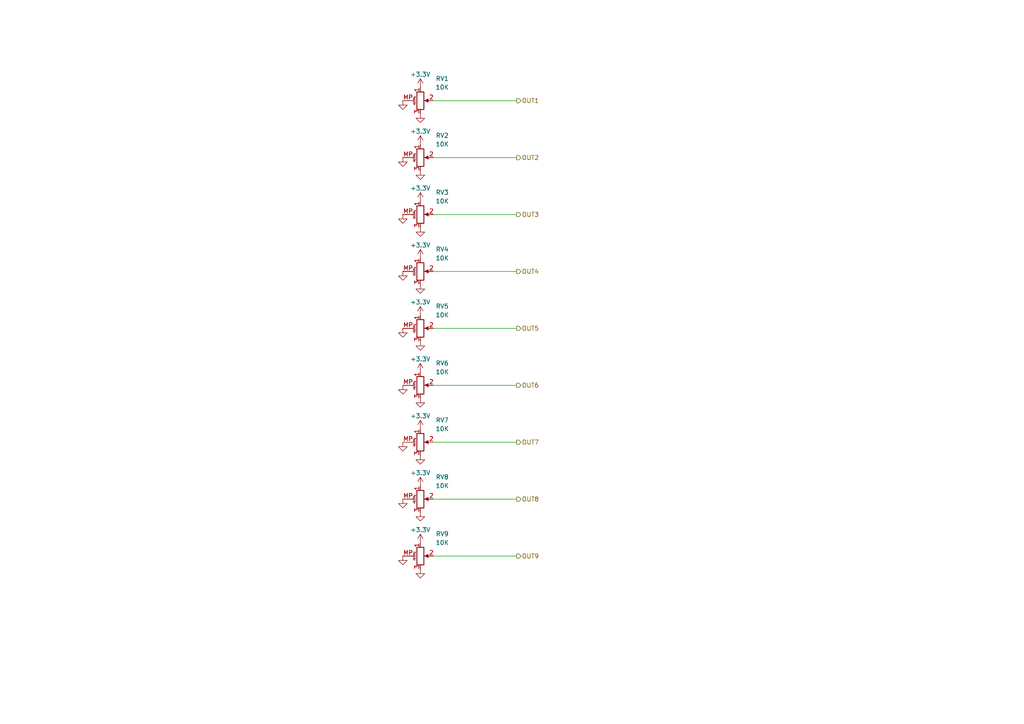
<source format=kicad_sch>
(kicad_sch (version 20250114) (generator "eeschema") (generator_version "9.0")
  (paper "A4")
  (lib_symbols
    (symbol "Device:R_Potentiometer_MountingPin" (pin_names (offset 1.016) (hide yes))
      (property "Reference" "RV" (at -8.255 0 90))
      (property "Value" "R_Potentiometer_MountingPin" (at -6.35 0 90))
      (symbol "R_Potentiometer_MountingPin_0_1"
        (rectangle (start 1.016 2.54) (end -1.016 -2.54) (stroke (width 0.254)))
        (polyline (pts (xy 1.143 0) (xy 2.286 0.508) (xy 2.286 -0.508)) (fill (type outline)))
        (polyline (pts (xy 2.54 0) (xy 1.524 0)))
      )
      (symbol "R_Potentiometer_MountingPin_1_1"
        (polyline (pts (xy -2.032 1.016) (xy -2.032 -1.016)) (stroke (width 0.1524)))
        (text "Mounting" (at -1.651 0 900) (effects (font (size 0.381 0.381))))
        (pin passive line (at -5.08 0 0) (length 3.048) (name "MountPin") (number "MP"))
        (pin passive line (at 0 3.81 270) (length 1.27) (name "1") (number "1"))
        (pin passive line (at 0 -3.81 90) (length 1.27) (name "3") (number "3"))
        (pin passive line (at 3.81 0 180) (length 1.27) (name "2") (number "2"))
      )
    )
    (symbol "power:+3.3V" (power) (pin_numbers (hide yes)) (pin_names (offset 0) (hide yes))
      (property "Value" "+3.3V" (at 0 3.556 0))
      (symbol "+3.3V_0_1"
        (polyline (pts (xy -0.762 1.27) (xy 0 2.54)))
        (polyline (pts (xy 0 2.54) (xy 0.762 1.27)))
        (polyline (pts (xy 0 0) (xy 0 2.54)))
      )
      (symbol "+3.3V_1_1"
        (pin power_in line (at 0 0 90) (length 0) (name "~") (number "1"))
      )
    )
    (symbol "power:GND" (power) (pin_numbers (hide yes)) (pin_names (offset 0) (hide yes))
      (property "Value" "GND" (at 0 -3.81 0))
      (symbol "GND_0_1"
        (polyline (pts (xy 0 0) (xy 0 -1.27) (xy 1.27 -1.27) (xy 0 -2.54) (xy -1.27 -1.27) (xy 0 -1.27)))
      )
      (symbol "GND_1_1"
        (pin power_in line (at 0 0 270) (length 0) (name "~") (number "1"))
      )
    )
  )
  (wire (pts (xy 125.73 95.25) (xy 149.86 95.25)))
  (wire (pts (xy 125.73 111.76) (xy 149.86 111.76)))
  (wire (pts (xy 125.73 62.23) (xy 149.86 62.23)))
  (wire (pts (xy 125.73 128.27) (xy 149.86 128.27)))
  (wire (pts (xy 125.73 161.29) (xy 149.86 161.29)))
  (wire (pts (xy 125.73 29.21) (xy 149.86 29.21)))
  (wire (pts (xy 125.73 78.74) (xy 149.86 78.74)))
  (wire (pts (xy 125.73 144.78) (xy 149.86 144.78)))
  (wire (pts (xy 125.73 45.72) (xy 149.86 45.72)))
  (hierarchical_label "OUT6" (shape output) (at 149.86 111.76 0))
  (hierarchical_label "OUT4" (shape output) (at 149.86 78.74 0))
  (hierarchical_label "OUT1" (shape output) (at 149.86 29.21 0))
  (hierarchical_label "OUT8" (shape output) (at 149.86 144.78 0))
  (hierarchical_label "OUT5" (shape output) (at 149.86 95.25 0))
  (hierarchical_label "OUT9" (shape output) (at 149.86 161.29 0))
  (hierarchical_label "OUT7" (shape output) (at 149.86 128.27 0))
  (hierarchical_label "OUT3" (shape output) (at 149.86 62.23 0))
  (hierarchical_label "OUT2" (shape output) (at 149.86 45.72 0))
  (symbol (lib_id "Device:R_Potentiometer_MountingPin") (at 121.92 144.78 0) (unit 1)
    (property "Reference" "RV8" (at 128.27 138.3598 0))
    (property "Value" "10K" (at 128.27 140.8998 0))
    (property "Footprint" "Passive:BOURNS_PTV09A_H" (effects (hide yes)))
    (property "Description" "Potentiometer with a mounting pin" (effects (hide yes)))
    (property "MPN" "PTV09A4030FB103" (effects (hide yes)))
  )
  (symbol (lib_id "Device:R_Potentiometer_MountingPin") (at 121.92 128.27 0) (unit 1)
    (property "Reference" "RV7" (at 128.27 121.8498 0))
    (property "Value" "10K" (at 128.27 124.3898 0))
    (property "Footprint" "Passive:BOURNS_PTV09A_H" (effects (hide yes)))
    (property "Description" "Potentiometer with a mounting pin" (effects (hide yes)))
    (property "MPN" "PTV09A4030FB103" (effects (hide yes)))
  )
  (symbol (lib_id "Device:R_Potentiometer_MountingPin") (at 121.92 62.23 0) (unit 1)
    (property "Reference" "RV3" (at 128.27 55.8098 0))
    (property "Value" "10K" (at 128.27 58.3498 0))
    (property "Footprint" "Passive:BOURNS_PTV09A_H" (effects (hide yes)))
    (property "Description" "Potentiometer with a mounting pin" (effects (hide yes)))
    (property "MPN" "PTV09A4030FB103" (effects (hide yes)))
  )
  (symbol (lib_id "Device:R_Potentiometer_MountingPin") (at 121.92 78.74 0) (unit 1)
    (property "Reference" "RV4" (at 128.27 72.3198 0))
    (property "Value" "10K" (at 128.27 74.8598 0))
    (property "Footprint" "Passive:BOURNS_PTV09A_H" (effects (hide yes)))
    (property "Description" "Potentiometer with a mounting pin" (effects (hide yes)))
    (property "MPN" "PTV09A4030FB103" (effects (hide yes)))
  )
  (symbol (lib_id "Device:R_Potentiometer_MountingPin") (at 121.92 95.25 0) (unit 1)
    (property "Reference" "RV5" (at 128.27 88.8298 0))
    (property "Value" "10K" (at 128.27 91.3698 0))
    (property "Footprint" "Passive:BOURNS_PTV09A_H" (effects (hide yes)))
    (property "Description" "Potentiometer with a mounting pin" (effects (hide yes)))
    (property "MPN" "PTV09A4030FB103" (effects (hide yes)))
  )
  (symbol (lib_id "power:GND") (at 116.84 45.72 0) (unit 1)
    (property "Reference" "#PWR023" (effects (hide yes)))
    (property "Value" "GND" (effects (hide yes)))
    (property "Description" "Power symbol creates a global label with name \"GND\" , ground" (effects (hide yes)))
  )
  (symbol (lib_id "power:+3.3V") (at 121.92 74.93 0) (unit 1)
    (property "Reference" "#PWR0102" (effects (hide yes)))
    (property "Value" "+3.3V" (at 121.92 71.12 0))
    (property "Description" "Power symbol creates a global label with name \"+3.3V\"" (effects (hide yes)))
  )
  (symbol (lib_id "power:GND") (at 121.92 132.08 0) (unit 1)
    (property "Reference" "#PWR0113" (effects (hide yes)))
    (property "Value" "GND" (effects (hide yes)))
    (property "Description" "Power symbol creates a global label with name \"GND\" , ground" (effects (hide yes)))
  )
  (symbol (lib_id "power:+3.3V") (at 121.92 107.95 0) (unit 1)
    (property "Reference" "#PWR0110" (effects (hide yes)))
    (property "Value" "+3.3V" (at 121.92 104.14 0))
    (property "Description" "Power symbol creates a global label with name \"+3.3V\"" (effects (hide yes)))
  )
  (symbol (lib_id "power:+3.3V") (at 121.92 91.44 0) (unit 1)
    (property "Reference" "#PWR0108" (effects (hide yes)))
    (property "Value" "+3.3V" (at 121.92 87.63 0))
    (property "Description" "Power symbol creates a global label with name \"+3.3V\"" (effects (hide yes)))
  )
  (symbol (lib_id "power:GND") (at 121.92 82.55 0) (unit 1)
    (property "Reference" "#PWR0103" (effects (hide yes)))
    (property "Value" "GND" (effects (hide yes)))
    (property "Description" "Power symbol creates a global label with name \"GND\" , ground" (effects (hide yes)))
  )
  (symbol (lib_id "power:GND") (at 121.92 99.06 0) (unit 1)
    (property "Reference" "#PWR0109" (effects (hide yes)))
    (property "Value" "GND" (effects (hide yes)))
    (property "Description" "Power symbol creates a global label with name \"GND\" , ground" (effects (hide yes)))
  )
  (symbol (lib_id "power:GND") (at 121.92 148.59 0) (unit 1)
    (property "Reference" "#PWR0115" (effects (hide yes)))
    (property "Value" "GND" (effects (hide yes)))
    (property "Description" "Power symbol creates a global label with name \"GND\" , ground" (effects (hide yes)))
  )
  (symbol (lib_id "power:+3.3V") (at 121.92 41.91 0) (unit 1)
    (property "Reference" "#PWR024" (effects (hide yes)))
    (property "Value" "+3.3V" (at 121.92 38.1 0))
    (property "Description" "Power symbol creates a global label with name \"+3.3V\"" (effects (hide yes)))
  )
  (symbol (lib_id "power:GND") (at 116.84 161.29 0) (unit 1)
    (property "Reference" "#PWR0116" (effects (hide yes)))
    (property "Value" "GND" (effects (hide yes)))
    (property "Description" "Power symbol creates a global label with name \"GND\" , ground" (effects (hide yes)))
  )
  (symbol (lib_id "power:+3.3V") (at 121.92 140.97 0) (unit 1)
    (property "Reference" "#PWR0114" (effects (hide yes)))
    (property "Value" "+3.3V" (at 121.92 137.16 0))
    (property "Description" "Power symbol creates a global label with name \"+3.3V\"" (effects (hide yes)))
  )
  (symbol (lib_id "Device:R_Potentiometer_MountingPin") (at 121.92 161.29 0) (unit 1)
    (property "Reference" "RV9" (at 128.27 154.8698 0))
    (property "Value" "10K" (at 128.27 157.4098 0))
    (property "Footprint" "Passive:BOURNS_PTV09A_H" (effects (hide yes)))
    (property "Description" "Potentiometer with a mounting pin" (effects (hide yes)))
    (property "MPN" "PTV09A4030FB103" (effects (hide yes)))
  )
  (symbol (lib_id "power:GND") (at 121.92 66.04 0) (unit 1)
    (property "Reference" "#PWR0101" (effects (hide yes)))
    (property "Value" "GND" (effects (hide yes)))
    (property "Description" "Power symbol creates a global label with name \"GND\" , ground" (effects (hide yes)))
  )
  (symbol (lib_id "power:GND") (at 116.84 144.78 0) (unit 1)
    (property "Reference" "#PWR0107" (effects (hide yes)))
    (property "Value" "GND" (effects (hide yes)))
    (property "Description" "Power symbol creates a global label with name \"GND\" , ground" (effects (hide yes)))
  )
  (symbol (lib_id "power:GND") (at 116.84 95.25 0) (unit 1)
    (property "Reference" "#PWR0104" (effects (hide yes)))
    (property "Value" "GND" (effects (hide yes)))
    (property "Description" "Power symbol creates a global label with name \"GND\" , ground" (effects (hide yes)))
  )
  (symbol (lib_id "power:+3.3V") (at 121.92 124.46 0) (unit 1)
    (property "Reference" "#PWR0112" (effects (hide yes)))
    (property "Value" "+3.3V" (at 121.92 120.65 0))
    (property "Description" "Power symbol creates a global label with name \"+3.3V\"" (effects (hide yes)))
  )
  (symbol (lib_id "power:GND") (at 121.92 115.57 0) (unit 1)
    (property "Reference" "#PWR0111" (effects (hide yes)))
    (property "Value" "GND" (effects (hide yes)))
    (property "Description" "Power symbol creates a global label with name \"GND\" , ground" (effects (hide yes)))
  )
  (symbol (lib_id "Device:R_Potentiometer_MountingPin") (at 121.92 29.21 0) (unit 1)
    (property "Reference" "RV1" (at 128.27 22.7898 0))
    (property "Value" "10K" (at 128.27 25.3298 0))
    (property "Footprint" "Passive:BOURNS_PTV09A_H" (effects (hide yes)))
    (property "Description" "Potentiometer with a mounting pin" (effects (hide yes)))
    (property "MPN" "PTV09A4030FB103" (effects (hide yes)))
  )
  (symbol (lib_id "power:GND") (at 121.92 165.1 0) (unit 1)
    (property "Reference" "#PWR0118" (effects (hide yes)))
    (property "Value" "GND" (effects (hide yes)))
    (property "Description" "Power symbol creates a global label with name \"GND\" , ground" (effects (hide yes)))
  )
  (symbol (lib_id "power:GND") (at 116.84 29.21 0) (unit 1)
    (property "Reference" "#PWR022" (effects (hide yes)))
    (property "Value" "GND" (effects (hide yes)))
    (property "Description" "Power symbol creates a global label with name \"GND\" , ground" (effects (hide yes)))
  )
  (symbol (lib_id "power:GND") (at 116.84 111.76 0) (unit 1)
    (property "Reference" "#PWR0105" (effects (hide yes)))
    (property "Value" "GND" (effects (hide yes)))
    (property "Description" "Power symbol creates a global label with name \"GND\" , ground" (effects (hide yes)))
  )
  (symbol (lib_id "power:GND") (at 121.92 33.02 0) (unit 1)
    (property "Reference" "#PWR020" (effects (hide yes)))
    (property "Value" "GND" (effects (hide yes)))
    (property "Description" "Power symbol creates a global label with name \"GND\" , ground" (effects (hide yes)))
  )
  (symbol (lib_id "power:GND") (at 116.84 128.27 0) (unit 1)
    (property "Reference" "#PWR0106" (effects (hide yes)))
    (property "Value" "GND" (effects (hide yes)))
    (property "Description" "Power symbol creates a global label with name \"GND\" , ground" (effects (hide yes)))
  )
  (symbol (lib_id "power:+3.3V") (at 121.92 58.42 0) (unit 1)
    (property "Reference" "#PWR0100" (effects (hide yes)))
    (property "Value" "+3.3V" (at 121.92 54.61 0))
    (property "Description" "Power symbol creates a global label with name \"+3.3V\"" (effects (hide yes)))
  )
  (symbol (lib_id "Device:R_Potentiometer_MountingPin") (at 121.92 111.76 0) (unit 1)
    (property "Reference" "RV6" (at 128.27 105.3398 0))
    (property "Value" "10K" (at 128.27 107.8798 0))
    (property "Footprint" "Passive:BOURNS_PTV09A_H" (effects (hide yes)))
    (property "Description" "Potentiometer with a mounting pin" (effects (hide yes)))
    (property "MPN" "PTV09A4030FB103" (effects (hide yes)))
  )
  (symbol (lib_id "Device:R_Potentiometer_MountingPin") (at 121.92 45.72 0) (unit 1)
    (property "Reference" "RV2" (at 128.27 39.2998 0))
    (property "Value" "10K" (at 128.27 41.8398 0))
    (property "Footprint" "Passive:BOURNS_PTV09A_H" (effects (hide yes)))
    (property "Description" "Potentiometer with a mounting pin" (effects (hide yes)))
    (property "MPN" "PTV09A4030FB103" (effects (hide yes)))
  )
  (symbol (lib_id "power:GND") (at 116.84 78.74 0) (unit 1)
    (property "Reference" "#PWR099" (effects (hide yes)))
    (property "Value" "GND" (effects (hide yes)))
    (property "Description" "Power symbol creates a global label with name \"GND\" , ground" (effects (hide yes)))
  )
  (symbol (lib_id "power:GND") (at 116.84 62.23 0) (unit 1)
    (property "Reference" "#PWR098" (effects (hide yes)))
    (property "Value" "GND" (effects (hide yes)))
    (property "Description" "Power symbol creates a global label with name \"GND\" , ground" (effects (hide yes)))
  )
  (symbol (lib_id "power:+3.3V") (at 121.92 25.4 0) (unit 1)
    (property "Reference" "#PWR021" (effects (hide yes)))
    (property "Value" "+3.3V" (at 121.92 21.59 0))
    (property "Description" "Power symbol creates a global label with name \"+3.3V\"" (effects (hide yes)))
  )
  (symbol (lib_id "power:+3.3V") (at 121.92 157.48 0) (unit 1)
    (property "Reference" "#PWR0117" (effects (hide yes)))
    (property "Value" "+3.3V" (at 121.92 153.67 0))
    (property "Description" "Power symbol creates a global label with name \"+3.3V\"" (effects (hide yes)))
  )
  (symbol (lib_id "power:GND") (at 121.92 49.53 0) (unit 1)
    (property "Reference" "#PWR025" (effects (hide yes)))
    (property "Value" "GND" (effects (hide yes)))
    (property "Description" "Power symbol creates a global label with name \"GND\" , ground" (effects (hide yes)))
  )
)
</source>
